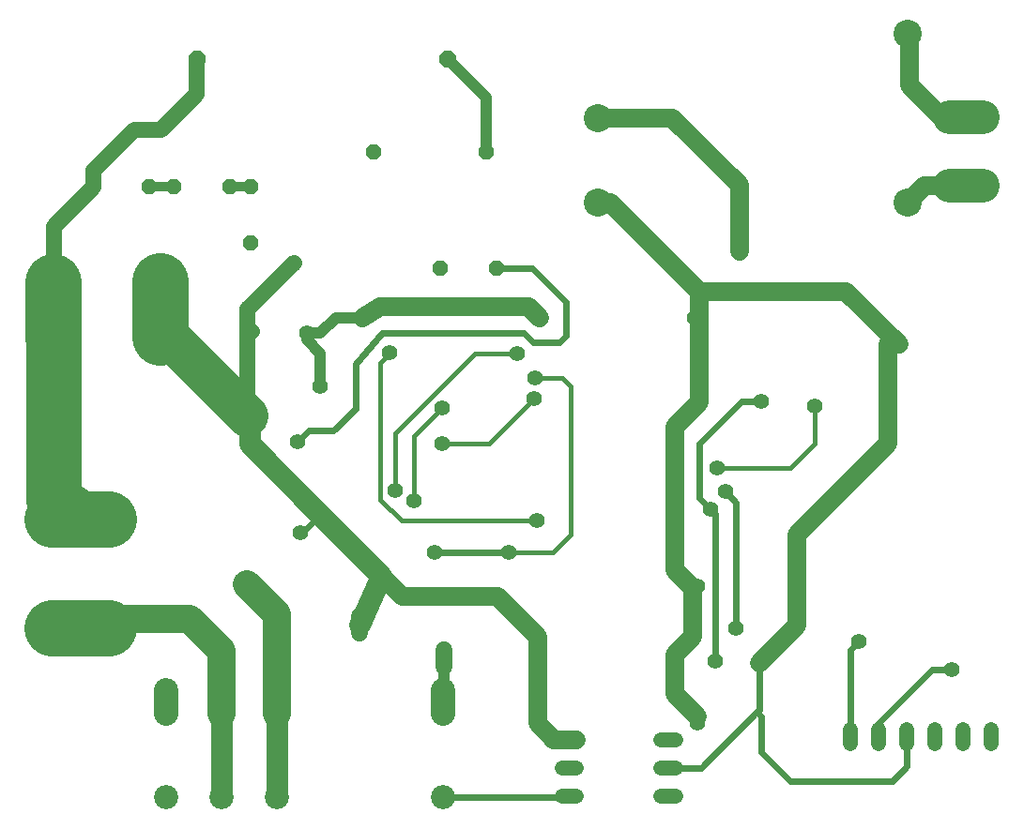
<source format=gbl>
G75*
%MOIN*%
%OFA0B0*%
%FSLAX25Y25*%
%IPPOS*%
%LPD*%
%AMOC8*
5,1,8,0,0,1.08239X$1,22.5*
%
%ADD10OC8,0.06000*%
%ADD11C,0.20000*%
%ADD12C,0.05200*%
%ADD13OC8,0.05200*%
%ADD14C,0.06000*%
%ADD15C,0.10000*%
%ADD16C,0.08600*%
%ADD17C,0.08600*%
%ADD18C,0.11850*%
%ADD19C,0.02400*%
%ADD20C,0.05600*%
%ADD21C,0.01600*%
%ADD22C,0.01000*%
%ADD23C,0.15000*%
%ADD24C,0.05600*%
%ADD25C,0.07600*%
%ADD26C,0.06600*%
%ADD27C,0.04000*%
%ADD28C,0.10000*%
%ADD29C,0.19685*%
%ADD30C,0.03200*%
%ADD31C,0.05512*%
%ADD32C,0.01200*%
D10*
X0137083Y0141768D03*
X0137083Y0201768D03*
X0119296Y0328382D03*
X0208296Y0328382D03*
D11*
X0106217Y0249524D02*
X0106217Y0229524D01*
X0068402Y0228972D02*
X0068402Y0248972D01*
X0067949Y0164661D02*
X0087949Y0164661D01*
X0088068Y0126079D02*
X0068068Y0126079D01*
D12*
X0248852Y0086551D02*
X0254052Y0086551D01*
X0254052Y0076551D02*
X0248852Y0076551D01*
X0248852Y0066551D02*
X0254052Y0066551D01*
X0284052Y0066551D02*
X0289252Y0066551D01*
X0289252Y0076551D02*
X0284052Y0076551D01*
X0284052Y0086551D02*
X0289252Y0086551D01*
X0351375Y0085054D02*
X0351375Y0090254D01*
X0361375Y0090254D02*
X0361375Y0085054D01*
X0371375Y0085054D02*
X0371375Y0090254D01*
X0381375Y0090254D02*
X0381375Y0085054D01*
X0391375Y0085054D02*
X0391375Y0090254D01*
X0401375Y0090254D02*
X0401375Y0085054D01*
D13*
X0225666Y0254012D03*
X0205666Y0254012D03*
X0222083Y0295350D03*
X0182083Y0295350D03*
X0138304Y0283106D03*
X0131099Y0283224D03*
X0111099Y0283224D03*
X0102438Y0282988D03*
X0082438Y0282988D03*
X0138304Y0263106D03*
D14*
X0176808Y0130354D02*
X0176808Y0124354D01*
X0206808Y0118354D02*
X0206808Y0112354D01*
D15*
X0261670Y0277555D03*
X0261670Y0307555D03*
X0371670Y0277555D03*
X0371670Y0337555D03*
D16*
X0206690Y0104226D02*
X0206690Y0095626D01*
X0147635Y0095626D02*
X0147635Y0104226D01*
X0127949Y0104226D02*
X0127949Y0095626D01*
X0108264Y0095626D02*
X0108264Y0104226D01*
D17*
X0108264Y0066098D03*
X0127949Y0066098D03*
X0147635Y0066098D03*
X0206690Y0066098D03*
D18*
X0386591Y0283441D02*
X0398441Y0283441D01*
X0398441Y0307752D02*
X0386591Y0307752D01*
D19*
X0297635Y0245941D02*
X0297635Y0238067D01*
X0296060Y0236492D01*
X0312694Y0206669D02*
X0297635Y0191610D01*
X0297635Y0172417D01*
X0301768Y0168283D01*
X0303146Y0166906D01*
X0303146Y0114445D01*
X0310725Y0126059D02*
X0310725Y0170843D01*
X0306886Y0174681D01*
X0312694Y0206669D02*
X0319682Y0206669D01*
X0250390Y0230193D02*
X0248028Y0227831D01*
X0238579Y0227831D01*
X0235430Y0230980D01*
X0185036Y0230980D01*
X0175587Y0219957D01*
X0175587Y0204209D01*
X0167713Y0196335D01*
X0159052Y0196335D01*
X0155115Y0192398D01*
X0162989Y0166413D02*
X0156690Y0160114D01*
X0155902Y0160114D01*
X0203622Y0153154D02*
X0229792Y0153154D01*
X0229918Y0153028D01*
X0295272Y0140429D02*
X0296060Y0140429D01*
X0296847Y0141217D01*
X0318894Y0113657D02*
X0318894Y0097122D01*
X0318107Y0096335D01*
X0319682Y0094760D01*
X0319682Y0082161D01*
X0329918Y0071925D01*
X0366138Y0071925D01*
X0371375Y0077161D01*
X0371375Y0087654D01*
X0361375Y0087654D02*
X0361414Y0085724D01*
X0361414Y0092398D01*
X0380312Y0111295D01*
X0387398Y0111295D01*
X0354327Y0121531D02*
X0351375Y0118579D01*
X0351375Y0087654D01*
X0318107Y0096335D02*
X0298323Y0076551D01*
X0284052Y0076551D01*
X0296847Y0092398D02*
X0296847Y0094760D01*
X0254052Y0066551D02*
X0253599Y0066098D01*
X0206690Y0066098D01*
X0250390Y0230193D02*
X0250390Y0242004D01*
X0238383Y0254012D01*
X0225666Y0254012D01*
D20*
X0240942Y0236492D03*
X0233068Y0223894D03*
X0239367Y0215232D03*
X0239058Y0207830D03*
X0206431Y0204567D03*
X0187532Y0224140D03*
X0177949Y0236492D03*
X0158264Y0230980D03*
X0138619Y0231639D03*
X0153540Y0256177D03*
X0162989Y0212083D03*
X0155115Y0192398D03*
X0189760Y0175075D03*
X0196195Y0171492D03*
X0203622Y0153154D03*
X0229918Y0153028D03*
X0239846Y0164292D03*
X0296847Y0141217D03*
X0310725Y0126059D03*
X0303146Y0114445D03*
X0318894Y0113657D03*
X0296847Y0092398D03*
X0354327Y0121531D03*
X0387398Y0111295D03*
X0306886Y0174681D03*
X0301768Y0168283D03*
X0303934Y0182949D03*
X0319682Y0206669D03*
X0338579Y0204996D03*
X0368501Y0227043D03*
X0311808Y0260114D03*
X0296060Y0236492D03*
X0155902Y0160114D03*
D21*
X0184249Y0171925D02*
X0184249Y0220463D01*
X0187532Y0224140D01*
X0206431Y0204567D02*
X0196195Y0194331D01*
X0196195Y0171492D01*
X0189760Y0175075D02*
X0189760Y0195547D01*
X0218107Y0223894D01*
X0233068Y0223894D01*
X0239367Y0215232D02*
X0248816Y0215232D01*
X0251965Y0212083D01*
X0251965Y0159327D01*
X0245666Y0153028D01*
X0229918Y0153028D01*
X0239846Y0164292D02*
X0191807Y0164292D01*
X0191807Y0164367D02*
X0184249Y0171925D01*
X0206207Y0191630D02*
X0222858Y0191630D01*
X0239058Y0207830D01*
X0303934Y0182949D02*
X0329918Y0182949D01*
X0338579Y0191610D01*
X0338579Y0204996D01*
X0364564Y0227043D02*
X0368501Y0227043D01*
D22*
X0229918Y0153028D02*
X0229495Y0152592D01*
D23*
X0137083Y0201768D02*
X0106217Y0232634D01*
X0106217Y0239524D01*
D24*
X0137083Y0239720D02*
X0137083Y0231768D01*
X0137212Y0231639D01*
X0138619Y0231639D01*
X0137083Y0231768D02*
X0137083Y0201768D01*
X0137083Y0239720D02*
X0153540Y0256177D01*
X0106296Y0303421D02*
X0096847Y0303421D01*
X0082438Y0289012D01*
X0082438Y0282988D01*
X0068402Y0268953D01*
X0068402Y0238972D01*
X0106296Y0303421D02*
X0118894Y0316020D01*
X0118894Y0327980D01*
X0119296Y0328382D01*
D25*
X0137083Y0201768D02*
X0137792Y0201059D01*
X0137792Y0191610D01*
X0162989Y0166413D01*
X0183855Y0145547D01*
X0184682Y0144720D01*
X0176808Y0127354D01*
X0147635Y0095626D02*
X0147635Y0066098D01*
X0127949Y0066098D02*
X0127949Y0095626D01*
D26*
X0183855Y0145547D02*
X0192123Y0137280D01*
X0225981Y0137280D01*
X0240154Y0123106D01*
X0240154Y0092398D01*
X0246001Y0086551D01*
X0254052Y0086551D01*
X0288973Y0102634D02*
X0296847Y0094760D01*
X0288973Y0102634D02*
X0288973Y0116807D01*
X0295272Y0123106D01*
X0295272Y0140429D01*
X0288973Y0146728D01*
X0288973Y0197909D01*
X0297635Y0206571D01*
X0297635Y0245941D01*
X0349603Y0245941D01*
X0368501Y0227043D01*
X0364564Y0227043D02*
X0364564Y0191610D01*
X0332280Y0159327D01*
X0332280Y0127043D01*
X0318894Y0113657D01*
X0240942Y0236492D02*
X0237005Y0240429D01*
X0184249Y0240429D01*
X0177949Y0236492D01*
X0261670Y0277555D02*
X0266020Y0277555D01*
X0297635Y0245941D01*
X0311808Y0260114D02*
X0311808Y0283736D01*
X0287989Y0307555D01*
X0261670Y0307555D01*
X0372142Y0319268D02*
X0372142Y0335114D01*
X0371670Y0337555D01*
X0372142Y0319268D02*
X0383658Y0307752D01*
X0392516Y0307752D01*
X0392516Y0283441D02*
X0377556Y0283441D01*
X0371670Y0277555D01*
D27*
X0222083Y0295350D02*
X0222083Y0314610D01*
X0208296Y0328382D01*
X0177949Y0236492D02*
X0168501Y0236492D01*
X0162989Y0230980D01*
X0158264Y0230980D01*
X0158264Y0228618D01*
X0162989Y0223894D01*
X0162989Y0212083D01*
X0206808Y0115354D02*
X0206808Y0095744D01*
X0206690Y0095626D01*
D28*
X0147635Y0095626D02*
X0147635Y0131217D01*
X0137083Y0141768D01*
X0116532Y0129406D02*
X0079032Y0129406D01*
X0078068Y0126079D01*
X0116532Y0129406D02*
X0127949Y0117988D01*
X0127949Y0095626D01*
D29*
X0077949Y0164661D02*
X0068402Y0171846D01*
X0068402Y0238972D01*
D30*
X0102438Y0282988D02*
X0110863Y0282988D01*
X0111099Y0283224D01*
X0131099Y0283224D02*
X0138186Y0283224D01*
X0138304Y0283106D01*
D31*
X0206207Y0191630D03*
D32*
X0191807Y0164367D02*
X0191807Y0164292D01*
M02*

</source>
